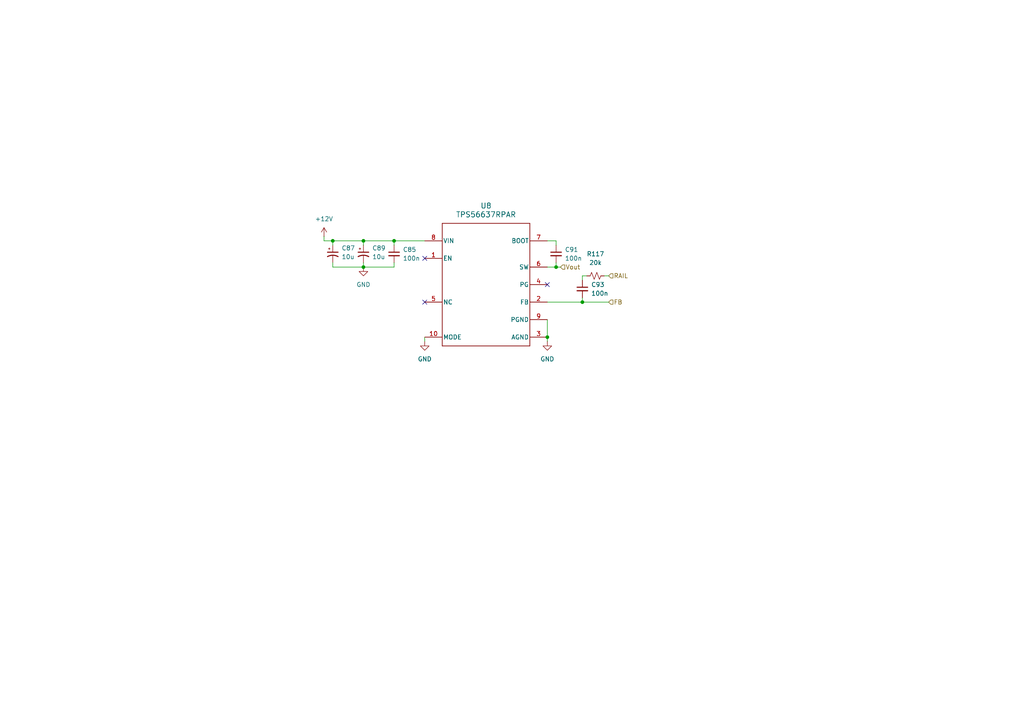
<source format=kicad_sch>
(kicad_sch (version 20231120) (generator "eeschema") (generator_version "8.0")
  (paper "A4")
  (title_block (title "Buck Converter") (rev "v0.1") (comment 1 "www.ti.com/lit/ds/symlink/tps56637.pdf"))
  (lib_symbols
    (symbol "Device:C_Polarized_Small_US" (pin_numbers hide) (pin_names (offset 0.254) hide)
      (property "Reference" "C" (at 0.254 1.778 0))
      (property "Value" "C_Polarized_Small_US" (at 0.254 -2.032 0))
      (symbol "C_Polarized_Small_US_0_1"
        (polyline (pts (xy -1.524 0.508) (xy 1.524 0.508)) (stroke (width 0.3048)))
        (polyline (pts (xy -1.27 1.524) (xy -0.762 1.524)))
        (polyline (pts (xy -1.016 1.27) (xy -1.016 1.778)))
        (arc (start 1.524 -0.762) (mid 0 -0.3734) (end -1.524 -0.762) (stroke (width 0.3048)))
      )
      (symbol "C_Polarized_Small_US_1_1"
        (pin passive line (at 0 2.54 270) (length 2.032) (name "~") (number "1"))
        (pin passive line (at 0 -2.54 90) (length 2.032) (name "~") (number "2"))
      )
    )
    (symbol "Device:C_Small" (pin_numbers hide) (pin_names (offset 0.254) hide)
      (property "Reference" "C" (at 0.254 1.778 0))
      (property "Value" "C_Small" (at 0.254 -2.032 0))
      (symbol "C_Small_0_1"
        (polyline (pts (xy -1.524 -0.508) (xy 1.524 -0.508)) (stroke (width 0.3302)))
        (polyline (pts (xy -1.524 0.508) (xy 1.524 0.508)) (stroke (width 0.3048)))
      )
      (symbol "C_Small_1_1"
        (pin passive line (at 0 2.54 270) (length 2.032) (name "~") (number "1"))
        (pin passive line (at 0 -2.54 90) (length 2.032) (name "~") (number "2"))
      )
    )
    (symbol "Device:R_Small_US" (pin_numbers hide) (pin_names (offset 0.254) hide)
      (property "Reference" "R" (at 0.762 0.508 0))
      (property "Value" "R_Small_US" (at 0.762 -1.016 0))
      (symbol "R_Small_US_1_1"
        (polyline (pts (xy 0 0) (xy 1.016 -0.381) (xy 0 -0.762) (xy -1.016 -1.143) (xy 0 -1.524)))
        (polyline (pts (xy 0 1.524) (xy 1.016 1.143) (xy 0 0.762) (xy -1.016 0.381) (xy 0 0)))
        (pin passive line (at 0 2.54 270) (length 1.016) (name "~") (number "1"))
        (pin passive line (at 0 -2.54 90) (length 1.016) (name "~") (number "2"))
      )
    )
    (symbol "TPS56637:TPS56637RPAR" (pin_names (offset 0.254))
      (property "Reference" "U" (at 0 2.54 0))
      (property "Value" "TPS56637RPAR" (at 0 0 0))
      (symbol "TPS56637RPAR_0_1"
        (polyline (pts (xy -12.7 -17.78) (xy 12.7 -17.78)) (stroke (width 0.2032)))
        (polyline (pts (xy -12.7 17.78) (xy -12.7 -17.78)) (stroke (width 0.2032)))
        (polyline (pts (xy 12.7 -17.78) (xy 12.7 17.78)) (stroke (width 0.2032)))
        (polyline (pts (xy 12.7 17.78) (xy -12.7 17.78)) (stroke (width 0.2032)))
        (pin power_in line (at -17.78 7.62 0) (length 5.08) (name "EN") (number "1"))
        (pin power_in line (at -17.78 -15.24 0) (length 5.08) (name "MODE") (number "10"))
        (pin power_in line (at 17.78 -5.08 180) (length 5.08) (name "FB") (number "2"))
        (pin power_in line (at 17.78 -15.24 180) (length 5.08) (name "AGND") (number "3"))
        (pin power_in line (at 17.78 0 180) (length 5.08) (name "PG") (number "4"))
        (pin unspecified line (at -17.78 -5.08 0) (length 5.08) (name "NC") (number "5"))
        (pin power_in line (at 17.78 5.08 180) (length 5.08) (name "SW") (number "6"))
        (pin power_in line (at 17.78 12.7 180) (length 5.08) (name "BOOT") (number "7"))
        (pin power_in line (at -17.78 12.7 0) (length 5.08) (name "VIN") (number "8"))
        (pin power_in line (at 17.78 -10.16 180) (length 5.08) (name "PGND") (number "9"))
      )
    )
    (symbol "power:+12V" (power) (pin_numbers hide) (pin_names (offset 0) hide)
      (property "Value" "+12V" (at 0 3.556 0))
      (symbol "+12V_0_1"
        (polyline (pts (xy -0.762 1.27) (xy 0 2.54)))
        (polyline (pts (xy 0 0) (xy 0 2.54)))
        (polyline (pts (xy 0 2.54) (xy 0.762 1.27)))
      )
      (symbol "+12V_1_1"
        (pin power_in line (at 0 0 90) (length 0) (name "~") (number "1"))
      )
    )
    (symbol "power:GND" (power) (pin_numbers hide) (pin_names (offset 0) hide)
      (property "Value" "GND" (at 0 -3.81 0))
      (symbol "GND_0_1"
        (polyline (pts (xy 0 0) (xy 0 -1.27) (xy 1.27 -1.27) (xy 0 -2.54) (xy -1.27 -1.27) (xy 0 -1.27)))
      )
      (symbol "GND_1_1"
        (pin power_in line (at 0 0 270) (length 0) (name "~") (number "1"))
      )
    )
  )
  (junction (at 105.41 77.47))
  (junction (at 105.41 69.85))
  (junction (at 96.52 69.85))
  (junction (at 168.91 87.63))
  (junction (at 161.29 77.47))
  (junction (at 158.75 97.79))
  (junction (at 114.3 69.85))
  (no_connect (at 123.19 74.93))
  (no_connect (at 123.19 87.63))
  (no_connect (at 158.75 82.55))
  (wire (pts (xy 105.41 76.2) (xy 105.41 77.47)))
  (wire (pts (xy 158.75 99.06) (xy 158.75 97.79)))
  (wire (pts (xy 93.98 68.58) (xy 93.98 69.85)))
  (wire (pts (xy 158.75 77.47) (xy 161.29 77.47)))
  (wire (pts (xy 158.75 69.85) (xy 161.29 69.85)))
  (wire (pts (xy 96.52 69.85) (xy 105.41 69.85)))
  (wire (pts (xy 123.19 99.06) (xy 123.19 97.79)))
  (wire (pts (xy 158.75 87.63) (xy 168.91 87.63)))
  (wire (pts (xy 96.52 77.47) (xy 105.41 77.47)))
  (wire (pts (xy 168.91 80.01) (xy 168.91 81.28)))
  (wire (pts (xy 105.41 69.85) (xy 114.3 69.85)))
  (wire (pts (xy 175.26 80.01) (xy 176.53 80.01)))
  (wire (pts (xy 161.29 69.85) (xy 161.29 71.12)))
  (wire (pts (xy 114.3 69.85) (xy 123.19 69.85)))
  (wire (pts (xy 161.29 77.47) (xy 161.29 76.2)))
  (wire (pts (xy 93.98 69.85) (xy 96.52 69.85)))
  (wire (pts (xy 176.53 87.63) (xy 168.91 87.63)))
  (wire (pts (xy 168.91 80.01) (xy 170.18 80.01)))
  (wire (pts (xy 168.91 86.36) (xy 168.91 87.63)))
  (wire (pts (xy 96.52 76.2) (xy 96.52 77.47)))
  (wire (pts (xy 105.41 77.47) (xy 114.3 77.47)))
  (wire (pts (xy 158.75 92.71) (xy 158.75 97.79)))
  (wire (pts (xy 114.3 77.47) (xy 114.3 76.2)))
  (wire (pts (xy 114.3 69.85) (xy 114.3 71.12)))
  (wire (pts (xy 96.52 69.85) (xy 96.52 71.12)))
  (wire (pts (xy 105.41 69.85) (xy 105.41 71.12)))
  (wire (pts (xy 161.29 77.47) (xy 162.56 77.47)))
  (hierarchical_label "RAIL" (shape input) (at 176.53 80.01 0))
  (hierarchical_label "FB" (shape input) (at 176.53 87.63 0))
  (hierarchical_label "Vout" (shape input) (at 162.56 77.47 0))
  (symbol (lib_id "Device:C_Small") (at 161.29 73.66 0) (unit 1)
    (property "Reference" "C91" (at 163.83 72.3962 0) (effects (justify left)))
    (property "Value" "100n" (at 163.83 74.9362 0) (effects (justify left)))
    (property "Description" "Unpolarized capacitor, small symbol" (effects (hide yes)))
    (instances (project "powerdist" (path "" (reference "C91") (unit 1)) (path "" (reference "C92") (unit 1))))
  )
  (symbol (lib_id "TPS56637:TPS56637RPAR") (at 140.97 82.55 0) (unit 1)
    (property "Reference" "U9" (at 140.97 59.69 0) (effects (font (size 1.524 1.524))))
    (property "Value" "TPS56637RPAR" (at 140.97 62.23 0) (effects (font (size 1.524 1.524))))
    (property "Footprint" "RPA0010A" (effects (hide yes)))
    (property "Datasheet" "https://www.ti.com/lit/gpn/tps56637" (effects (hide yes)))
    (instances (project "" (path "" (reference "U8") (unit 1)) (path "" (reference "U9") (unit 1))))
  )
  (symbol (lib_id "power:GND") (at 105.41 77.47 0) (unit 1)
    (property "Reference" "#PWR0129" (effects (hide yes)))
    (property "Value" "GND" (at 105.41 82.55 0))
    (property "Description" "Power symbol creates a global label with name \"GND\" , ground" (effects (hide yes)))
    (instances (project "powerdist" (path "" (reference "#PWR0129") (unit 1)) (path "" (reference "#PWR0130") (unit 1))))
  )
  (symbol (lib_id "power:GND") (at 158.75 99.06 0) (unit 1)
    (property "Reference" "#PWR0126" (effects (hide yes)))
    (property "Value" "GND" (at 158.75 104.14 0))
    (property "Description" "Power symbol creates a global label with name \"GND\" , ground" (effects (hide yes)))
    (instances (project "" (path "" (reference "#PWR0125") (unit 1)) (path "" (reference "#PWR0126") (unit 1))))
  )
  (symbol (lib_id "Device:R_Small_US") (at 172.72 80.01 90) (unit 1)
    (property "Reference" "R118" (at 172.72 73.66 90))
    (property "Value" "20k" (at 172.72 76.2 90))
    (property "Description" "Resistor, small US symbol" (effects (hide yes)))
    (instances (project "" (path "" (reference "R117") (unit 1)) (path "" (reference "R118") (unit 1))))
  )
  (symbol (lib_id "Device:C_Polarized_Small_US") (at 96.52 73.66 0) (unit 1)
    (property "Reference" "C88" (at 99.06 71.9581 0) (effects (justify left)))
    (property "Value" "10u" (at 99.06 74.4981 0) (effects (justify left)))
    (property "Description" "Polarized capacitor, small US symbol" (effects (hide yes)))
    (instances (project "" (path "" (reference "C87") (unit 1)) (path "" (reference "C88") (unit 1))))
  )
  (symbol (lib_id "power:GND") (at 123.19 99.06 0) (unit 1)
    (property "Reference" "#PWR0127" (effects (hide yes)))
    (property "Value" "GND" (at 123.19 104.14 0))
    (property "Description" "Power symbol creates a global label with name \"GND\" , ground" (effects (hide yes)))
    (instances (project "powerdist" (path "" (reference "#PWR0127") (unit 1)) (path "" (reference "#PWR0128") (unit 1))))
  )
  (symbol (lib_id "Device:C_Small") (at 114.3 73.66 0) (unit 1)
    (property "Reference" "C86" (at 116.84 72.3962 0) (effects (justify left)))
    (property "Value" "100n" (at 116.84 74.9362 0) (effects (justify left)))
    (property "Description" "Unpolarized capacitor, small symbol" (effects (hide yes)))
    (instances (project "" (path "" (reference "C85") (unit 1)) (path "" (reference "C86") (unit 1))))
  )
  (symbol (lib_id "Device:C_Small") (at 168.91 83.82 0) (unit 1)
    (property "Reference" "C93" (at 171.45 82.5562 0) (effects (justify left)))
    (property "Value" "100n" (at 171.45 85.0962 0) (effects (justify left)))
    (property "Description" "Unpolarized capacitor, small symbol" (effects (hide yes)))
    (instances (project "powerdist" (path "" (reference "C93") (unit 1)) (path "" (reference "C94") (unit 1))))
  )
  (symbol (lib_id "power:+12V") (at 93.98 68.58 0) (unit 1)
    (property "Reference" "#PWR0124" (effects (hide yes)))
    (property "Value" "+12V" (at 93.98 63.5 0))
    (property "Description" "Power symbol creates a global label with name \"+12V\"" (effects (hide yes)))
    (instances (project "" (path "" (reference "#PWR095") (unit 1)) (path "" (reference "#PWR0124") (unit 1))))
  )
  (symbol (lib_id "Device:C_Polarized_Small_US") (at 105.41 73.66 0) (unit 1)
    (property "Reference" "C89" (at 107.95 71.9581 0) (effects (justify left)))
    (property "Value" "10u" (at 107.95 74.4981 0) (effects (justify left)))
    (property "Description" "Polarized capacitor, small US symbol" (effects (hide yes)))
    (instances (project "powerdist" (path "" (reference "C89") (unit 1)) (path "" (reference "C90") (unit 1))))
  )
)
</source>
